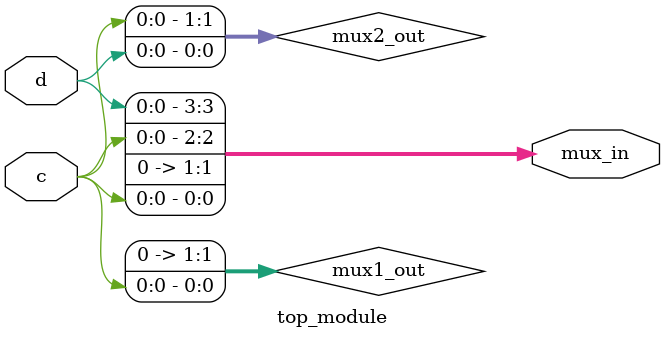
<source format=sv>
module top_module (
    input c,
    input d,
    output [3:0] mux_in
);

    wire [1:0] mux1_out;
    wire [1:0] mux2_out;

    // Implement the Karnaugh map using 2-to-1 multiplexers
    assign mux1_out[0] = c;
    assign mux1_out[1] = 1'b0;

    assign mux2_out[0] = d;
    assign mux2_out[1] = c;

    // Connect the outputs of the 2-to-1 multiplexers to the 4-to-1 multiplexer
    assign mux_in[0] = mux1_out[0];
    assign mux_in[1] = mux1_out[1];
    assign mux_in[2] = mux2_out[1];
    assign mux_in[3] = mux2_out[0];

endmodule

</source>
